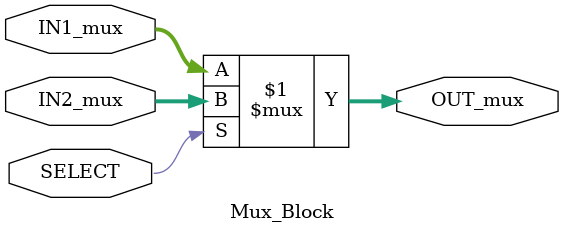
<source format=v>
module Mux_Block #(parameter DATA_WIDTH=32)
(
    input wire [DATA_WIDTH-1:0] IN1_mux,IN2_mux,
    input wire SELECT,
    output wire [DATA_WIDTH-1:0] OUT_mux
);
assign OUT_mux= SELECT? IN2_mux:IN1_mux;
endmodule
</source>
